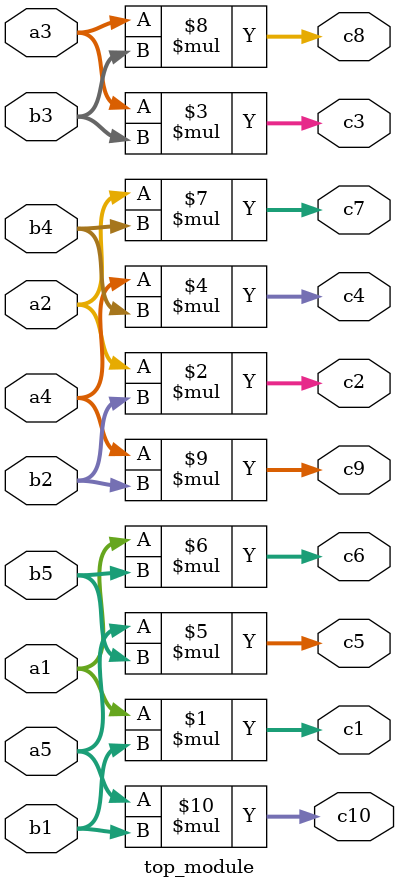
<source format=v>
module top_module
(
    
    input [22:0] a1,a2,a3,a4,a5,b1,b2,b3,b4,b5,
    output [45:0] c1,c2,c3,c4,c5,c6,c7,c8,c9,c10
);
  assign c1 = a1 * b1;
  assign c2 = a2 * b2;
  assign c3 = a3 * b3;
  assign c4 = a4 * b4;
  assign c5 = a5 * b5;
  assign c6 = a1 * b5;
  assign c7 = a2 * b4;
  assign c8 = a3 * b3;
  assign c9 = a4 * b2; 
  assign c10 = a5 * b1;   
endmodule

</source>
